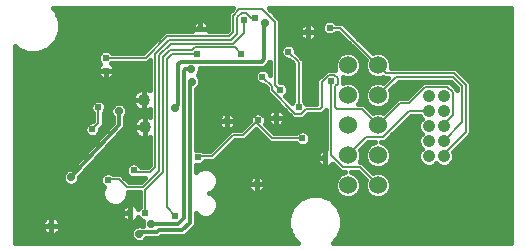
<source format=gbl>
G75*
%MOIN*%
%OFA0B0*%
%FSLAX25Y25*%
%IPPOS*%
%LPD*%
%AMOC8*
5,1,8,0,0,1.08239X$1,22.5*
%
%ADD10C,0.06024*%
%ADD11C,0.04165*%
%ADD12C,0.02400*%
%ADD13C,0.00800*%
%ADD14C,0.01600*%
%ADD15C,0.04000*%
%ADD16C,0.00600*%
%ADD17C,0.02800*%
%ADD18C,0.01200*%
%ADD19C,0.02400*%
D10*
X0140456Y0031450D03*
X0150456Y0031450D03*
X0150456Y0041450D03*
X0140456Y0041450D03*
X0140456Y0051450D03*
X0150456Y0051450D03*
X0150456Y0061450D03*
X0140456Y0061450D03*
X0140456Y0071450D03*
X0150456Y0071450D03*
D11*
X0167406Y0061150D03*
X0172406Y0061150D03*
X0172406Y0056150D03*
X0167406Y0056150D03*
X0167406Y0051150D03*
X0172406Y0051150D03*
X0172406Y0046150D03*
X0167406Y0046150D03*
X0167406Y0041150D03*
X0172406Y0041150D03*
D12*
X0132956Y0040425D03*
X0125281Y0047100D03*
X0116531Y0053975D03*
X0110456Y0053100D03*
X0100106Y0052700D03*
X0117906Y0063250D03*
X0111956Y0067550D03*
X0104806Y0075275D03*
X0090106Y0075050D03*
X0091306Y0083525D03*
X0105706Y0086575D03*
X0109556Y0087075D03*
X0127256Y0082500D03*
X0134406Y0083950D03*
X0120556Y0075925D03*
X0134906Y0066150D03*
X0123981Y0057375D03*
X0090506Y0040675D03*
X0109981Y0031750D03*
X0082881Y0021300D03*
X0072831Y0022050D03*
X0067956Y0022150D03*
X0060431Y0033175D03*
X0069031Y0036450D03*
X0055206Y0050100D03*
X0057206Y0057400D03*
X0059806Y0069650D03*
X0059706Y0073900D03*
D13*
X0057206Y0057400D02*
X0057206Y0052100D01*
X0055206Y0050100D01*
D14*
X0029456Y0077732D02*
X0029456Y0012300D01*
X0123738Y0012300D01*
X0121932Y0014106D01*
X0120563Y0017411D01*
X0120563Y0020989D01*
X0121932Y0024294D01*
X0124461Y0026824D01*
X0127767Y0028193D01*
X0131344Y0028193D01*
X0134650Y0026824D01*
X0137179Y0024294D01*
X0138548Y0020989D01*
X0138548Y0017411D01*
X0137179Y0014106D01*
X0135373Y0012300D01*
X0194934Y0012300D01*
X0194934Y0090377D01*
X0114008Y0090377D01*
X0117931Y0086454D01*
X0117931Y0065850D01*
X0118423Y0065850D01*
X0119378Y0065454D01*
X0120110Y0064723D01*
X0120506Y0063767D01*
X0120506Y0062733D01*
X0120110Y0061777D01*
X0119461Y0061129D01*
X0121766Y0058823D01*
X0121776Y0058848D01*
X0122281Y0059352D01*
X0122281Y0071796D01*
X0120751Y0073325D01*
X0120038Y0073325D01*
X0119083Y0073721D01*
X0118351Y0074452D01*
X0117956Y0075408D01*
X0117956Y0076442D01*
X0118351Y0077398D01*
X0119083Y0078129D01*
X0120038Y0078525D01*
X0121073Y0078525D01*
X0122028Y0078129D01*
X0122760Y0077398D01*
X0123156Y0076442D01*
X0123156Y0075729D01*
X0125681Y0073204D01*
X0125681Y0059352D01*
X0126185Y0058848D01*
X0126329Y0058500D01*
X0129956Y0058500D01*
X0129956Y0066574D01*
X0132336Y0068954D01*
X0132336Y0068954D01*
X0133332Y0069950D01*
X0136302Y0069950D01*
X0136044Y0070572D01*
X0136044Y0072328D01*
X0136715Y0073949D01*
X0137956Y0075190D01*
X0139578Y0075862D01*
X0141333Y0075862D01*
X0142955Y0075190D01*
X0144196Y0073949D01*
X0144867Y0072328D01*
X0144867Y0070572D01*
X0144196Y0068951D01*
X0142955Y0067710D01*
X0141333Y0067038D01*
X0139578Y0067038D01*
X0138706Y0067400D01*
X0138706Y0065500D01*
X0139578Y0065862D01*
X0141333Y0065862D01*
X0142955Y0065190D01*
X0144196Y0063949D01*
X0144867Y0062328D01*
X0144867Y0060572D01*
X0144196Y0058951D01*
X0143745Y0058500D01*
X0145810Y0058500D01*
X0146806Y0057504D01*
X0146806Y0057504D01*
X0148779Y0055531D01*
X0149578Y0055862D01*
X0151333Y0055862D01*
X0152132Y0055531D01*
X0156156Y0059554D01*
X0157151Y0060550D01*
X0160183Y0060550D01*
X0165466Y0065833D01*
X0174345Y0065833D01*
X0175341Y0064837D01*
X0176092Y0064085D01*
X0176856Y0063322D01*
X0176856Y0063746D01*
X0174701Y0065900D01*
X0157310Y0065900D01*
X0154536Y0063127D01*
X0154867Y0062328D01*
X0154867Y0060572D01*
X0154196Y0058951D01*
X0152955Y0057710D01*
X0151333Y0057038D01*
X0149578Y0057038D01*
X0147956Y0057710D01*
X0146715Y0058951D01*
X0146044Y0060572D01*
X0146044Y0062328D01*
X0146715Y0063949D01*
X0147956Y0065190D01*
X0149578Y0065862D01*
X0151333Y0065862D01*
X0152132Y0065531D01*
X0153701Y0067100D01*
X0152401Y0067100D01*
X0152132Y0067369D01*
X0151333Y0067038D01*
X0149578Y0067038D01*
X0147956Y0067710D01*
X0146715Y0068951D01*
X0146044Y0070572D01*
X0146044Y0072328D01*
X0146375Y0073127D01*
X0137251Y0082250D01*
X0136382Y0082250D01*
X0135878Y0081746D01*
X0134923Y0081350D01*
X0133888Y0081350D01*
X0132933Y0081746D01*
X0132201Y0082477D01*
X0131806Y0083433D01*
X0131806Y0084467D01*
X0132201Y0085423D01*
X0132933Y0086154D01*
X0133888Y0086550D01*
X0134923Y0086550D01*
X0135878Y0086154D01*
X0136382Y0085650D01*
X0138660Y0085650D01*
X0148779Y0075531D01*
X0149578Y0075862D01*
X0151333Y0075862D01*
X0152955Y0075190D01*
X0154196Y0073949D01*
X0154867Y0072328D01*
X0154867Y0070572D01*
X0154837Y0070500D01*
X0176607Y0070500D01*
X0181456Y0065651D01*
X0181456Y0048578D01*
X0180460Y0047582D01*
X0180460Y0047582D01*
X0175546Y0042668D01*
X0175888Y0041843D01*
X0175888Y0040457D01*
X0175358Y0039177D01*
X0174378Y0038198D01*
X0173098Y0037667D01*
X0171713Y0037667D01*
X0170433Y0038198D01*
X0169906Y0038725D01*
X0169378Y0038198D01*
X0168098Y0037667D01*
X0166713Y0037667D01*
X0165433Y0038198D01*
X0164453Y0039177D01*
X0163923Y0040457D01*
X0163923Y0041843D01*
X0164453Y0043123D01*
X0164980Y0043650D01*
X0164453Y0044177D01*
X0163923Y0045457D01*
X0163923Y0046843D01*
X0164453Y0048123D01*
X0164980Y0048650D01*
X0164453Y0049177D01*
X0163923Y0050457D01*
X0163923Y0051843D01*
X0164453Y0053123D01*
X0164980Y0053650D01*
X0164453Y0054177D01*
X0164340Y0054450D01*
X0161392Y0054450D01*
X0152780Y0045838D01*
X0151390Y0045838D01*
X0152955Y0045190D01*
X0154196Y0043949D01*
X0154867Y0042328D01*
X0154867Y0040572D01*
X0154196Y0038951D01*
X0152955Y0037710D01*
X0151333Y0037038D01*
X0149578Y0037038D01*
X0147956Y0037710D01*
X0146715Y0038951D01*
X0146044Y0040572D01*
X0146044Y0042328D01*
X0146715Y0043949D01*
X0147956Y0045190D01*
X0149521Y0045838D01*
X0147248Y0045838D01*
X0144536Y0043127D01*
X0144867Y0042328D01*
X0144867Y0040572D01*
X0144315Y0039238D01*
X0145072Y0039238D01*
X0146067Y0038242D01*
X0148779Y0035531D01*
X0149578Y0035862D01*
X0151333Y0035862D01*
X0152955Y0035190D01*
X0154196Y0033949D01*
X0154867Y0032328D01*
X0154867Y0030572D01*
X0154196Y0028951D01*
X0152955Y0027710D01*
X0151333Y0027038D01*
X0149578Y0027038D01*
X0147956Y0027710D01*
X0146715Y0028951D01*
X0146044Y0030572D01*
X0146044Y0032328D01*
X0146375Y0033127D01*
X0143663Y0035838D01*
X0141390Y0035838D01*
X0142955Y0035190D01*
X0144196Y0033949D01*
X0144867Y0032328D01*
X0144867Y0030572D01*
X0144196Y0028951D01*
X0142955Y0027710D01*
X0141333Y0027038D01*
X0139578Y0027038D01*
X0137956Y0027710D01*
X0136715Y0028951D01*
X0136044Y0030572D01*
X0136044Y0032328D01*
X0136715Y0033949D01*
X0137956Y0035190D01*
X0139521Y0035838D01*
X0138131Y0035838D01*
X0135354Y0038615D01*
X0135286Y0038513D01*
X0134868Y0038095D01*
X0134377Y0037766D01*
X0133831Y0037540D01*
X0133251Y0037425D01*
X0132956Y0037425D01*
X0132956Y0040425D01*
X0132955Y0040425D01*
X0129956Y0040425D01*
X0129956Y0040130D01*
X0130071Y0039550D01*
X0130297Y0039004D01*
X0130625Y0038513D01*
X0131043Y0038095D01*
X0131535Y0037766D01*
X0132080Y0037540D01*
X0132660Y0037425D01*
X0132955Y0037425D01*
X0132955Y0040425D01*
X0132955Y0040425D01*
X0129956Y0040425D01*
X0129956Y0040720D01*
X0130071Y0041300D01*
X0130297Y0041846D01*
X0130625Y0042337D01*
X0131043Y0042755D01*
X0131535Y0043084D01*
X0132080Y0043310D01*
X0132660Y0043425D01*
X0132955Y0043425D01*
X0132955Y0040425D01*
X0132956Y0040425D01*
X0132956Y0043425D01*
X0133206Y0043425D01*
X0133206Y0056496D01*
X0132806Y0056096D01*
X0132806Y0056096D01*
X0131810Y0055100D01*
X0127080Y0055100D01*
X0126550Y0054571D01*
X0125555Y0053575D01*
X0122207Y0053575D01*
X0121211Y0054571D01*
X0113331Y0062451D01*
X0113331Y0063771D01*
X0112151Y0064950D01*
X0111438Y0064950D01*
X0110483Y0065346D01*
X0109751Y0066077D01*
X0109356Y0067033D01*
X0109356Y0068067D01*
X0109751Y0069023D01*
X0110483Y0069754D01*
X0111438Y0070150D01*
X0112473Y0070150D01*
X0113428Y0069754D01*
X0114160Y0069023D01*
X0114531Y0068127D01*
X0114531Y0072622D01*
X0113731Y0071822D01*
X0112559Y0070650D01*
X0091063Y0070650D01*
X0091081Y0070607D01*
X0091081Y0069493D01*
X0090654Y0068464D01*
X0090328Y0068138D01*
X0090879Y0067586D01*
X0091306Y0066557D01*
X0091306Y0065443D01*
X0090879Y0064414D01*
X0090092Y0063626D01*
X0089681Y0063456D01*
X0089681Y0043147D01*
X0089988Y0043275D01*
X0091023Y0043275D01*
X0091978Y0042879D01*
X0091995Y0042862D01*
X0094464Y0042862D01*
X0100481Y0048879D01*
X0101476Y0049875D01*
X0104826Y0049875D01*
X0107856Y0052904D01*
X0107856Y0053617D01*
X0108156Y0054341D01*
X0108156Y0054404D01*
X0108200Y0054449D01*
X0108251Y0054573D01*
X0108983Y0055304D01*
X0109107Y0055356D01*
X0109151Y0055400D01*
X0109214Y0055400D01*
X0109938Y0055700D01*
X0110973Y0055700D01*
X0111928Y0055304D01*
X0112660Y0054573D01*
X0113056Y0053617D01*
X0113056Y0052583D01*
X0112798Y0051962D01*
X0115960Y0048800D01*
X0123304Y0048800D01*
X0123808Y0049304D01*
X0124763Y0049700D01*
X0125798Y0049700D01*
X0126753Y0049304D01*
X0127485Y0048573D01*
X0127881Y0047617D01*
X0127881Y0046583D01*
X0127485Y0045627D01*
X0126753Y0044896D01*
X0125798Y0044500D01*
X0124763Y0044500D01*
X0123808Y0044896D01*
X0123304Y0045400D01*
X0114551Y0045400D01*
X0113556Y0046396D01*
X0109856Y0050096D01*
X0106235Y0046475D01*
X0102885Y0046475D01*
X0096868Y0040458D01*
X0095872Y0039463D01*
X0092818Y0039463D01*
X0092710Y0039202D01*
X0091978Y0038471D01*
X0091023Y0038075D01*
X0089988Y0038075D01*
X0089681Y0038203D01*
X0089681Y0035735D01*
X0090448Y0036503D01*
X0092010Y0037150D01*
X0093701Y0037150D01*
X0095263Y0036503D01*
X0096459Y0035307D01*
X0097106Y0033745D01*
X0097106Y0032055D01*
X0096459Y0030493D01*
X0095263Y0029297D01*
X0094304Y0028900D01*
X0095263Y0028503D01*
X0096459Y0027307D01*
X0097106Y0025745D01*
X0097106Y0024055D01*
X0096459Y0022493D01*
X0095263Y0021297D01*
X0093701Y0020650D01*
X0092010Y0020650D01*
X0090448Y0021297D01*
X0089681Y0022065D01*
X0089681Y0018097D01*
X0088509Y0016925D01*
X0086084Y0014500D01*
X0078284Y0014500D01*
X0077684Y0013900D01*
X0073306Y0013900D01*
X0073229Y0013714D01*
X0072442Y0012926D01*
X0071413Y0012500D01*
X0070299Y0012500D01*
X0069269Y0012926D01*
X0068482Y0013714D01*
X0068056Y0014743D01*
X0068056Y0015857D01*
X0068482Y0016886D01*
X0069269Y0017674D01*
X0070299Y0018100D01*
X0071413Y0018100D01*
X0071895Y0017900D01*
X0072104Y0017900D01*
X0072056Y0018018D01*
X0072056Y0019132D01*
X0072206Y0019495D01*
X0071358Y0019846D01*
X0070626Y0020577D01*
X0070583Y0020682D01*
X0070286Y0020238D01*
X0069868Y0019820D01*
X0069377Y0019491D01*
X0068831Y0019265D01*
X0068251Y0019150D01*
X0067956Y0019150D01*
X0067956Y0022150D01*
X0067955Y0022150D01*
X0064956Y0022150D01*
X0064956Y0021855D01*
X0065071Y0021275D01*
X0065297Y0020729D01*
X0065625Y0020238D01*
X0066043Y0019820D01*
X0066535Y0019491D01*
X0067080Y0019265D01*
X0067660Y0019150D01*
X0067955Y0019150D01*
X0067955Y0022150D01*
X0067955Y0022150D01*
X0064956Y0022150D01*
X0064956Y0022445D01*
X0065071Y0023025D01*
X0065297Y0023571D01*
X0065625Y0024062D01*
X0066043Y0024480D01*
X0066535Y0024809D01*
X0067080Y0025035D01*
X0067660Y0025150D01*
X0067955Y0025150D01*
X0067955Y0022150D01*
X0067956Y0022150D01*
X0067956Y0025150D01*
X0068251Y0025150D01*
X0068831Y0025035D01*
X0069377Y0024809D01*
X0069868Y0024480D01*
X0070286Y0024062D01*
X0070614Y0023571D01*
X0070632Y0023528D01*
X0071131Y0024027D01*
X0071131Y0029075D01*
X0067106Y0029075D01*
X0067106Y0028055D01*
X0066459Y0026493D01*
X0065263Y0025297D01*
X0063701Y0024650D01*
X0062010Y0024650D01*
X0060448Y0025297D01*
X0059253Y0026493D01*
X0058606Y0028055D01*
X0058606Y0029745D01*
X0059090Y0030916D01*
X0058958Y0030971D01*
X0058226Y0031702D01*
X0057831Y0032658D01*
X0057831Y0033692D01*
X0058226Y0034648D01*
X0058958Y0035379D01*
X0059913Y0035775D01*
X0060948Y0035775D01*
X0061903Y0035379D01*
X0062232Y0035050D01*
X0064885Y0035050D01*
X0065881Y0034054D01*
X0067460Y0032475D01*
X0071326Y0032475D01*
X0072851Y0034000D01*
X0070271Y0034000D01*
X0070203Y0033943D01*
X0069850Y0033975D01*
X0069548Y0033850D01*
X0068513Y0033850D01*
X0067558Y0034246D01*
X0066826Y0034977D01*
X0066431Y0035933D01*
X0066431Y0036967D01*
X0066826Y0037923D01*
X0067558Y0038654D01*
X0068513Y0039050D01*
X0069548Y0039050D01*
X0070503Y0038654D01*
X0071235Y0037923D01*
X0071451Y0037400D01*
X0073751Y0037400D01*
X0074556Y0038204D01*
X0074556Y0047499D01*
X0074456Y0047432D01*
X0073764Y0047146D01*
X0073030Y0047000D01*
X0072656Y0047000D01*
X0072656Y0050800D01*
X0072655Y0050800D01*
X0068856Y0050800D01*
X0068856Y0050426D01*
X0069002Y0049692D01*
X0069288Y0049000D01*
X0069704Y0048378D01*
X0070233Y0047848D01*
X0070856Y0047432D01*
X0071547Y0047146D01*
X0072281Y0047000D01*
X0072655Y0047000D01*
X0072655Y0050800D01*
X0072655Y0050800D01*
X0068856Y0050800D01*
X0068856Y0051174D01*
X0069002Y0051908D01*
X0069288Y0052600D01*
X0069704Y0053222D01*
X0070233Y0053752D01*
X0070856Y0054168D01*
X0071547Y0054454D01*
X0072281Y0054600D01*
X0072655Y0054600D01*
X0072655Y0050800D01*
X0072656Y0050800D01*
X0072656Y0054600D01*
X0073030Y0054600D01*
X0073764Y0054454D01*
X0074456Y0054168D01*
X0074556Y0054101D01*
X0074556Y0056741D01*
X0074281Y0056557D01*
X0073589Y0056271D01*
X0072855Y0056125D01*
X0072481Y0056125D01*
X0072481Y0059925D01*
X0072480Y0059925D01*
X0068681Y0059925D01*
X0068681Y0059551D01*
X0068827Y0058817D01*
X0069113Y0058125D01*
X0069529Y0057503D01*
X0070058Y0056973D01*
X0070681Y0056557D01*
X0071372Y0056271D01*
X0072106Y0056125D01*
X0072480Y0056125D01*
X0072480Y0059925D01*
X0072480Y0059925D01*
X0068681Y0059925D01*
X0068681Y0060299D01*
X0068827Y0061033D01*
X0069113Y0061725D01*
X0069529Y0062347D01*
X0070058Y0062877D01*
X0070681Y0063293D01*
X0071372Y0063579D01*
X0072106Y0063725D01*
X0072480Y0063725D01*
X0072480Y0059925D01*
X0072481Y0059925D01*
X0072481Y0063725D01*
X0072855Y0063725D01*
X0073589Y0063579D01*
X0074281Y0063293D01*
X0074556Y0063109D01*
X0074556Y0073071D01*
X0073685Y0072200D01*
X0061682Y0072200D01*
X0061565Y0072082D01*
X0061718Y0071980D01*
X0062136Y0071562D01*
X0062464Y0071071D01*
X0062690Y0070525D01*
X0062806Y0069945D01*
X0062806Y0069650D01*
X0059806Y0069650D01*
X0059806Y0069650D01*
X0062806Y0069650D01*
X0062806Y0069355D01*
X0062690Y0068775D01*
X0062464Y0068229D01*
X0062136Y0067738D01*
X0061718Y0067320D01*
X0061227Y0066991D01*
X0060681Y0066765D01*
X0060101Y0066650D01*
X0059806Y0066650D01*
X0059806Y0069650D01*
X0059805Y0069650D01*
X0056806Y0069650D01*
X0056806Y0069355D01*
X0056921Y0068775D01*
X0057147Y0068229D01*
X0057475Y0067738D01*
X0057893Y0067320D01*
X0058385Y0066991D01*
X0058930Y0066765D01*
X0059510Y0066650D01*
X0059805Y0066650D01*
X0059805Y0069650D01*
X0059805Y0069650D01*
X0056806Y0069650D01*
X0056806Y0069945D01*
X0056921Y0070525D01*
X0057147Y0071071D01*
X0057475Y0071562D01*
X0057893Y0071980D01*
X0057926Y0072002D01*
X0057501Y0072427D01*
X0057106Y0073383D01*
X0057106Y0074417D01*
X0057501Y0075373D01*
X0058233Y0076104D01*
X0059188Y0076500D01*
X0060223Y0076500D01*
X0061178Y0076104D01*
X0061682Y0075600D01*
X0072276Y0075600D01*
X0079426Y0082750D01*
X0088401Y0082750D01*
X0088306Y0083230D01*
X0088306Y0083525D01*
X0091305Y0083525D01*
X0091305Y0083525D01*
X0088306Y0083525D01*
X0088306Y0083820D01*
X0088421Y0084400D01*
X0088647Y0084946D01*
X0088975Y0085437D01*
X0089393Y0085855D01*
X0089885Y0086184D01*
X0090430Y0086410D01*
X0091010Y0086525D01*
X0091305Y0086525D01*
X0091305Y0083525D01*
X0091306Y0083525D01*
X0094306Y0083525D01*
X0094306Y0083820D01*
X0094190Y0084400D01*
X0093964Y0084946D01*
X0093636Y0085437D01*
X0093218Y0085855D01*
X0092727Y0086184D01*
X0092181Y0086410D01*
X0091601Y0086525D01*
X0091306Y0086525D01*
X0091306Y0083525D01*
X0091306Y0083525D01*
X0094306Y0083525D01*
X0094306Y0083230D01*
X0094215Y0082775D01*
X0100076Y0082775D01*
X0100481Y0083179D01*
X0100481Y0088704D01*
X0101476Y0089700D01*
X0102154Y0090377D01*
X0042246Y0090377D01*
X0043029Y0089594D01*
X0044398Y0086289D01*
X0044398Y0082711D01*
X0043029Y0079406D01*
X0040500Y0076876D01*
X0037194Y0075507D01*
X0033617Y0075507D01*
X0030311Y0076876D01*
X0029456Y0077732D01*
X0029456Y0077137D02*
X0030050Y0077137D01*
X0029456Y0075539D02*
X0033540Y0075539D01*
X0037271Y0075539D02*
X0057668Y0075539D01*
X0057106Y0073940D02*
X0029456Y0073940D01*
X0029456Y0072342D02*
X0057587Y0072342D01*
X0057011Y0070743D02*
X0029456Y0070743D01*
X0029456Y0069145D02*
X0056847Y0069145D01*
X0057666Y0067546D02*
X0029456Y0067546D01*
X0029456Y0065948D02*
X0074556Y0065948D01*
X0074556Y0067546D02*
X0061945Y0067546D01*
X0059806Y0067546D02*
X0059805Y0067546D01*
X0059805Y0069145D02*
X0059806Y0069145D01*
X0062764Y0069145D02*
X0074556Y0069145D01*
X0074556Y0070743D02*
X0062600Y0070743D01*
X0073827Y0072342D02*
X0074556Y0072342D01*
X0073814Y0077137D02*
X0040761Y0077137D01*
X0042359Y0078736D02*
X0075412Y0078736D01*
X0077011Y0080334D02*
X0043414Y0080334D01*
X0044076Y0081933D02*
X0078609Y0081933D01*
X0088306Y0083532D02*
X0044398Y0083532D01*
X0044398Y0085130D02*
X0088770Y0085130D01*
X0091305Y0085130D02*
X0091306Y0085130D01*
X0091305Y0083532D02*
X0091306Y0083532D01*
X0093841Y0085130D02*
X0100481Y0085130D01*
X0100481Y0083532D02*
X0094306Y0083532D01*
X0100481Y0086729D02*
X0044216Y0086729D01*
X0043554Y0088327D02*
X0100481Y0088327D01*
X0101702Y0089926D02*
X0042698Y0089926D01*
X0090936Y0069145D02*
X0109874Y0069145D01*
X0109356Y0067546D02*
X0090896Y0067546D01*
X0091306Y0065948D02*
X0109881Y0065948D01*
X0112752Y0064349D02*
X0090815Y0064349D01*
X0089681Y0062751D02*
X0113331Y0062751D01*
X0114629Y0061152D02*
X0089681Y0061152D01*
X0089681Y0059554D02*
X0116228Y0059554D01*
X0117826Y0057955D02*
X0089681Y0057955D01*
X0089681Y0056357D02*
X0114695Y0056357D01*
X0114618Y0056305D02*
X0115110Y0056634D01*
X0115655Y0056860D01*
X0116235Y0056975D01*
X0116530Y0056975D01*
X0116530Y0053975D01*
X0113531Y0053975D01*
X0113531Y0053680D01*
X0113646Y0053100D01*
X0113872Y0052554D01*
X0114200Y0052063D01*
X0114618Y0051645D01*
X0115110Y0051316D01*
X0115655Y0051090D01*
X0116235Y0050975D01*
X0116530Y0050975D01*
X0116530Y0053975D01*
X0116530Y0053975D01*
X0113531Y0053975D01*
X0113531Y0054270D01*
X0113646Y0054850D01*
X0113872Y0055396D01*
X0114200Y0055887D01*
X0114618Y0056305D01*
X0116530Y0056357D02*
X0116531Y0056357D01*
X0116531Y0056975D02*
X0116826Y0056975D01*
X0117406Y0056860D01*
X0117952Y0056634D01*
X0118443Y0056305D01*
X0118861Y0055887D01*
X0119189Y0055396D01*
X0119415Y0054850D01*
X0119531Y0054270D01*
X0119531Y0053975D01*
X0116531Y0053975D01*
X0116531Y0053975D01*
X0119531Y0053975D01*
X0119531Y0053680D01*
X0119415Y0053100D01*
X0119189Y0052554D01*
X0118861Y0052063D01*
X0118443Y0051645D01*
X0117952Y0051316D01*
X0117406Y0051090D01*
X0116826Y0050975D01*
X0116531Y0050975D01*
X0116531Y0053975D01*
X0116530Y0053975D01*
X0116531Y0053975D01*
X0116531Y0056975D01*
X0118366Y0056357D02*
X0119425Y0056357D01*
X0119434Y0054758D02*
X0121023Y0054758D01*
X0119427Y0053160D02*
X0133206Y0053160D01*
X0133206Y0054758D02*
X0126738Y0054758D01*
X0133067Y0056357D02*
X0133206Y0056357D01*
X0129956Y0059554D02*
X0125681Y0059554D01*
X0125681Y0061152D02*
X0129956Y0061152D01*
X0129956Y0062751D02*
X0125681Y0062751D01*
X0125681Y0064349D02*
X0129956Y0064349D01*
X0129956Y0065948D02*
X0125681Y0065948D01*
X0125681Y0067546D02*
X0130928Y0067546D01*
X0132526Y0069145D02*
X0125681Y0069145D01*
X0125681Y0070743D02*
X0136044Y0070743D01*
X0136050Y0072342D02*
X0125681Y0072342D01*
X0124944Y0073940D02*
X0136712Y0073940D01*
X0138799Y0075539D02*
X0123346Y0075539D01*
X0122868Y0077137D02*
X0142364Y0077137D01*
X0140765Y0078736D02*
X0117931Y0078736D01*
X0117931Y0077137D02*
X0118244Y0077137D01*
X0117956Y0075539D02*
X0117931Y0075539D01*
X0117931Y0073940D02*
X0118863Y0073940D01*
X0117931Y0072342D02*
X0121734Y0072342D01*
X0122281Y0070743D02*
X0117931Y0070743D01*
X0117931Y0069145D02*
X0122281Y0069145D01*
X0122281Y0067546D02*
X0117931Y0067546D01*
X0117931Y0065948D02*
X0122281Y0065948D01*
X0122281Y0064349D02*
X0120264Y0064349D01*
X0120506Y0062751D02*
X0122281Y0062751D01*
X0122281Y0061152D02*
X0119485Y0061152D01*
X0121036Y0059554D02*
X0122281Y0059554D01*
X0116531Y0054758D02*
X0116530Y0054758D01*
X0116530Y0053160D02*
X0116531Y0053160D01*
X0113634Y0053160D02*
X0113056Y0053160D01*
X0113628Y0054758D02*
X0112474Y0054758D01*
X0108437Y0054758D02*
X0102290Y0054758D01*
X0102436Y0054612D02*
X0102018Y0055030D01*
X0101527Y0055359D01*
X0100981Y0055585D01*
X0100401Y0055700D01*
X0100106Y0055700D01*
X0100106Y0052700D01*
X0103106Y0052700D01*
X0103106Y0052995D01*
X0102990Y0053575D01*
X0102764Y0054121D01*
X0102436Y0054612D01*
X0103073Y0053160D02*
X0107856Y0053160D01*
X0106513Y0051561D02*
X0102881Y0051561D01*
X0102990Y0051825D02*
X0103106Y0052405D01*
X0103106Y0052700D01*
X0100106Y0052700D01*
X0100106Y0052700D01*
X0100106Y0049700D01*
X0100401Y0049700D01*
X0100981Y0049815D01*
X0101527Y0050041D01*
X0102018Y0050370D01*
X0102436Y0050788D01*
X0102764Y0051279D01*
X0102990Y0051825D01*
X0101337Y0049963D02*
X0104914Y0049963D01*
X0108124Y0048364D02*
X0111587Y0048364D01*
X0109989Y0049963D02*
X0109722Y0049963D01*
X0113198Y0051561D02*
X0114743Y0051561D01*
X0116530Y0051561D02*
X0116531Y0051561D01*
X0118318Y0051561D02*
X0133206Y0051561D01*
X0133206Y0049963D02*
X0114797Y0049963D01*
X0113186Y0046766D02*
X0106525Y0046766D01*
X0101577Y0045167D02*
X0123536Y0045167D01*
X0127025Y0045167D02*
X0133206Y0045167D01*
X0133206Y0046766D02*
X0127881Y0046766D01*
X0127571Y0048364D02*
X0133206Y0048364D01*
X0133206Y0043569D02*
X0099978Y0043569D01*
X0098380Y0041970D02*
X0130380Y0041970D01*
X0132955Y0041970D02*
X0132956Y0041970D01*
X0132955Y0040372D02*
X0132956Y0040372D01*
X0132955Y0038773D02*
X0132956Y0038773D01*
X0130451Y0038773D02*
X0092281Y0038773D01*
X0089681Y0037175D02*
X0136795Y0037175D01*
X0138888Y0035576D02*
X0096190Y0035576D01*
X0097009Y0033978D02*
X0107966Y0033978D01*
X0108068Y0034080D02*
X0107650Y0033662D01*
X0107322Y0033171D01*
X0107096Y0032625D01*
X0106981Y0032045D01*
X0106981Y0031750D01*
X0106981Y0031455D01*
X0107096Y0030875D01*
X0107322Y0030329D01*
X0107650Y0029838D01*
X0108068Y0029420D01*
X0108560Y0029091D01*
X0109105Y0028865D01*
X0109685Y0028750D01*
X0109980Y0028750D01*
X0109980Y0031750D01*
X0106981Y0031750D01*
X0109980Y0031750D01*
X0109980Y0031750D01*
X0109981Y0031750D01*
X0112981Y0031750D01*
X0112981Y0032045D01*
X0112865Y0032625D01*
X0112639Y0033171D01*
X0112311Y0033662D01*
X0111893Y0034080D01*
X0111402Y0034409D01*
X0110856Y0034635D01*
X0110276Y0034750D01*
X0109981Y0034750D01*
X0109981Y0031750D01*
X0109981Y0031750D01*
X0112981Y0031750D01*
X0112981Y0031455D01*
X0112865Y0030875D01*
X0112639Y0030329D01*
X0112311Y0029838D01*
X0111893Y0029420D01*
X0111402Y0029091D01*
X0110856Y0028865D01*
X0110276Y0028750D01*
X0109981Y0028750D01*
X0109981Y0031750D01*
X0109980Y0031750D01*
X0109980Y0034750D01*
X0109685Y0034750D01*
X0109105Y0034635D01*
X0108560Y0034409D01*
X0108068Y0034080D01*
X0109980Y0033978D02*
X0109981Y0033978D01*
X0109980Y0032379D02*
X0109981Y0032379D01*
X0111995Y0033978D02*
X0136744Y0033978D01*
X0136065Y0032379D02*
X0112914Y0032379D01*
X0112826Y0030781D02*
X0136044Y0030781D01*
X0136620Y0029182D02*
X0111537Y0029182D01*
X0109981Y0029182D02*
X0109980Y0029182D01*
X0108424Y0029182D02*
X0094986Y0029182D01*
X0096578Y0030781D02*
X0107135Y0030781D01*
X0109980Y0030781D02*
X0109981Y0030781D01*
X0107047Y0032379D02*
X0097106Y0032379D01*
X0096182Y0027584D02*
X0126296Y0027584D01*
X0123623Y0025985D02*
X0097006Y0025985D01*
X0097106Y0024387D02*
X0122024Y0024387D01*
X0121308Y0022788D02*
X0096581Y0022788D01*
X0095004Y0021190D02*
X0120646Y0021190D01*
X0120563Y0019591D02*
X0089681Y0019591D01*
X0089577Y0017993D02*
X0120563Y0017993D01*
X0120984Y0016394D02*
X0087978Y0016394D01*
X0086380Y0014796D02*
X0121646Y0014796D01*
X0122841Y0013197D02*
X0072712Y0013197D01*
X0068999Y0013197D02*
X0029456Y0013197D01*
X0029456Y0014796D02*
X0040735Y0014796D01*
X0040597Y0014823D02*
X0041215Y0014700D01*
X0041530Y0014700D01*
X0041530Y0017900D01*
X0038331Y0017900D01*
X0038331Y0017585D01*
X0038454Y0016967D01*
X0038695Y0016384D01*
X0039045Y0015860D01*
X0039491Y0015414D01*
X0040015Y0015064D01*
X0040597Y0014823D01*
X0041530Y0014796D02*
X0041531Y0014796D01*
X0041531Y0014700D02*
X0041846Y0014700D01*
X0042464Y0014823D01*
X0043046Y0015064D01*
X0043570Y0015414D01*
X0044016Y0015860D01*
X0044366Y0016384D01*
X0044608Y0016967D01*
X0044731Y0017585D01*
X0044731Y0017900D01*
X0044731Y0018215D01*
X0044608Y0018833D01*
X0044366Y0019416D01*
X0044016Y0019940D01*
X0043570Y0020386D01*
X0043046Y0020736D01*
X0042464Y0020977D01*
X0041846Y0021100D01*
X0041531Y0021100D01*
X0041531Y0017900D01*
X0044731Y0017900D01*
X0041531Y0017900D01*
X0041531Y0017900D01*
X0041531Y0014700D01*
X0042326Y0014796D02*
X0068056Y0014796D01*
X0068278Y0016394D02*
X0044370Y0016394D01*
X0041531Y0016394D02*
X0041530Y0016394D01*
X0041530Y0017900D02*
X0041531Y0017900D01*
X0041530Y0017900D01*
X0041530Y0017900D01*
X0038331Y0017900D01*
X0038331Y0018215D01*
X0038454Y0018833D01*
X0038695Y0019416D01*
X0039045Y0019940D01*
X0039491Y0020386D01*
X0040015Y0020736D01*
X0040597Y0020977D01*
X0041215Y0021100D01*
X0041530Y0021100D01*
X0041530Y0017900D01*
X0041530Y0017993D02*
X0041531Y0017993D01*
X0041530Y0019591D02*
X0041531Y0019591D01*
X0044249Y0019591D02*
X0066385Y0019591D01*
X0067955Y0019591D02*
X0067956Y0019591D01*
X0069526Y0019591D02*
X0071973Y0019591D01*
X0072066Y0017993D02*
X0071672Y0017993D01*
X0070039Y0017993D02*
X0044731Y0017993D01*
X0038812Y0019591D02*
X0029456Y0019591D01*
X0029456Y0017993D02*
X0038331Y0017993D01*
X0038691Y0016394D02*
X0029456Y0016394D01*
X0029456Y0021190D02*
X0065106Y0021190D01*
X0065024Y0022788D02*
X0029456Y0022788D01*
X0029456Y0024387D02*
X0065950Y0024387D01*
X0065951Y0025985D02*
X0071131Y0025985D01*
X0071131Y0024387D02*
X0069962Y0024387D01*
X0067956Y0024387D02*
X0067955Y0024387D01*
X0067955Y0022788D02*
X0067956Y0022788D01*
X0067955Y0021190D02*
X0067956Y0021190D01*
X0059760Y0025985D02*
X0029456Y0025985D01*
X0029456Y0027584D02*
X0058801Y0027584D01*
X0058606Y0029182D02*
X0029456Y0029182D01*
X0029456Y0030781D02*
X0059034Y0030781D01*
X0057946Y0032379D02*
X0050420Y0032379D01*
X0050504Y0032464D02*
X0050931Y0033493D01*
X0050931Y0034149D01*
X0065551Y0050142D01*
X0066106Y0050697D01*
X0066106Y0050749D01*
X0066141Y0050787D01*
X0066106Y0051570D01*
X0066106Y0054140D01*
X0066479Y0054514D01*
X0066906Y0055543D01*
X0066906Y0056657D01*
X0066479Y0057686D01*
X0065692Y0058474D01*
X0064662Y0058900D01*
X0063549Y0058900D01*
X0062519Y0058474D01*
X0061732Y0057686D01*
X0061306Y0056657D01*
X0061306Y0055543D01*
X0061732Y0054514D01*
X0062106Y0054140D01*
X0062106Y0052301D01*
X0047980Y0036850D01*
X0047574Y0036850D01*
X0046544Y0036424D01*
X0045757Y0035636D01*
X0045331Y0034607D01*
X0045331Y0033493D01*
X0045757Y0032464D01*
X0046544Y0031676D01*
X0047574Y0031250D01*
X0048687Y0031250D01*
X0049717Y0031676D01*
X0050504Y0032464D01*
X0050931Y0033978D02*
X0057949Y0033978D01*
X0059433Y0035576D02*
X0052235Y0035576D01*
X0053697Y0037175D02*
X0066517Y0037175D01*
X0066578Y0035576D02*
X0061428Y0035576D01*
X0065957Y0033978D02*
X0068205Y0033978D01*
X0070244Y0033978D02*
X0072829Y0033978D01*
X0074556Y0038773D02*
X0070216Y0038773D01*
X0067845Y0038773D02*
X0055158Y0038773D01*
X0056619Y0040372D02*
X0074556Y0040372D01*
X0074556Y0041970D02*
X0058081Y0041970D01*
X0059542Y0043569D02*
X0074556Y0043569D01*
X0074556Y0045167D02*
X0061003Y0045167D01*
X0062465Y0046766D02*
X0074556Y0046766D01*
X0072656Y0048364D02*
X0072655Y0048364D01*
X0072655Y0049963D02*
X0072656Y0049963D01*
X0069717Y0048364D02*
X0063926Y0048364D01*
X0065387Y0049963D02*
X0068948Y0049963D01*
X0068933Y0051561D02*
X0066106Y0051561D01*
X0066106Y0053160D02*
X0069662Y0053160D01*
X0072655Y0053160D02*
X0072656Y0053160D01*
X0074556Y0054758D02*
X0066580Y0054758D01*
X0066906Y0056357D02*
X0071165Y0056357D01*
X0072480Y0056357D02*
X0072481Y0056357D01*
X0073796Y0056357D02*
X0074556Y0056357D01*
X0072480Y0057955D02*
X0072481Y0057955D01*
X0072480Y0059554D02*
X0072481Y0059554D01*
X0072480Y0061152D02*
X0072481Y0061152D01*
X0072480Y0062751D02*
X0072481Y0062751D01*
X0069932Y0062751D02*
X0029456Y0062751D01*
X0029456Y0064349D02*
X0074556Y0064349D01*
X0068876Y0061152D02*
X0029456Y0061152D01*
X0029456Y0059554D02*
X0055682Y0059554D01*
X0055733Y0059604D02*
X0055001Y0058873D01*
X0054606Y0057917D01*
X0054606Y0056883D01*
X0055001Y0055927D01*
X0055406Y0055523D01*
X0055406Y0052846D01*
X0055260Y0052700D01*
X0054688Y0052700D01*
X0053733Y0052304D01*
X0053001Y0051573D01*
X0052606Y0050617D01*
X0052606Y0049583D01*
X0053001Y0048627D01*
X0053733Y0047896D01*
X0054688Y0047500D01*
X0055723Y0047500D01*
X0056678Y0047896D01*
X0057410Y0048627D01*
X0057806Y0049583D01*
X0057806Y0050154D01*
X0057951Y0050300D01*
X0059006Y0051354D01*
X0059006Y0055523D01*
X0059410Y0055927D01*
X0059806Y0056883D01*
X0059806Y0057917D01*
X0059410Y0058873D01*
X0058678Y0059604D01*
X0057723Y0060000D01*
X0056688Y0060000D01*
X0055733Y0059604D01*
X0058729Y0059554D02*
X0068681Y0059554D01*
X0069226Y0057955D02*
X0066210Y0057955D01*
X0062001Y0057955D02*
X0059790Y0057955D01*
X0059588Y0056357D02*
X0061306Y0056357D01*
X0061631Y0054758D02*
X0059006Y0054758D01*
X0059006Y0053160D02*
X0062106Y0053160D01*
X0061429Y0051561D02*
X0059006Y0051561D01*
X0059968Y0049963D02*
X0057806Y0049963D01*
X0057147Y0048364D02*
X0058506Y0048364D01*
X0057045Y0046766D02*
X0029456Y0046766D01*
X0029456Y0045167D02*
X0055584Y0045167D01*
X0054122Y0043569D02*
X0029456Y0043569D01*
X0029456Y0041970D02*
X0052661Y0041970D01*
X0051200Y0040372D02*
X0029456Y0040372D01*
X0029456Y0038773D02*
X0049739Y0038773D01*
X0048277Y0037175D02*
X0029456Y0037175D01*
X0029456Y0035576D02*
X0045732Y0035576D01*
X0045331Y0033978D02*
X0029456Y0033978D01*
X0029456Y0032379D02*
X0045842Y0032379D01*
X0066910Y0027584D02*
X0071131Y0027584D01*
X0089681Y0021190D02*
X0090708Y0021190D01*
X0096781Y0040372D02*
X0129956Y0040372D01*
X0142023Y0035576D02*
X0143925Y0035576D01*
X0147135Y0037175D02*
X0149248Y0037175D01*
X0148888Y0035576D02*
X0148734Y0035576D01*
X0152023Y0035576D02*
X0194934Y0035576D01*
X0194934Y0037175D02*
X0151663Y0037175D01*
X0154018Y0038773D02*
X0164857Y0038773D01*
X0163958Y0040372D02*
X0154784Y0040372D01*
X0154867Y0041970D02*
X0163976Y0041970D01*
X0164899Y0043569D02*
X0154353Y0043569D01*
X0152978Y0045167D02*
X0164043Y0045167D01*
X0163923Y0046766D02*
X0153708Y0046766D01*
X0155306Y0048364D02*
X0164695Y0048364D01*
X0164128Y0049963D02*
X0156905Y0049963D01*
X0158503Y0051561D02*
X0163923Y0051561D01*
X0164490Y0053160D02*
X0160102Y0053160D01*
X0154557Y0057955D02*
X0153200Y0057955D01*
X0152958Y0056357D02*
X0147953Y0056357D01*
X0147711Y0057955D02*
X0146354Y0057955D01*
X0146466Y0059554D02*
X0144445Y0059554D01*
X0144867Y0061152D02*
X0146044Y0061152D01*
X0146219Y0062751D02*
X0144692Y0062751D01*
X0143795Y0064349D02*
X0147116Y0064349D01*
X0148351Y0067546D02*
X0142560Y0067546D01*
X0144276Y0069145D02*
X0146635Y0069145D01*
X0146044Y0070743D02*
X0144867Y0070743D01*
X0144861Y0072342D02*
X0146050Y0072342D01*
X0145561Y0073940D02*
X0144199Y0073940D01*
X0143962Y0075539D02*
X0142113Y0075539D01*
X0147172Y0077137D02*
X0194934Y0077137D01*
X0194934Y0078736D02*
X0145574Y0078736D01*
X0143975Y0080334D02*
X0194934Y0080334D01*
X0194934Y0081933D02*
X0142377Y0081933D01*
X0140778Y0083532D02*
X0194934Y0083532D01*
X0194934Y0085130D02*
X0139180Y0085130D01*
X0137568Y0081933D02*
X0136066Y0081933D01*
X0139167Y0080334D02*
X0129333Y0080334D01*
X0129168Y0080170D02*
X0129586Y0080588D01*
X0129914Y0081079D01*
X0130140Y0081625D01*
X0130256Y0082205D01*
X0130256Y0082500D01*
X0130256Y0082795D01*
X0130140Y0083375D01*
X0129914Y0083921D01*
X0129586Y0084412D01*
X0129168Y0084830D01*
X0128677Y0085159D01*
X0128131Y0085385D01*
X0127551Y0085500D01*
X0127256Y0085500D01*
X0127256Y0082500D01*
X0130256Y0082500D01*
X0127256Y0082500D01*
X0127256Y0082500D01*
X0127256Y0079500D01*
X0127551Y0079500D01*
X0128131Y0079615D01*
X0128677Y0079841D01*
X0129168Y0080170D01*
X0127256Y0080334D02*
X0127255Y0080334D01*
X0127255Y0079500D02*
X0127255Y0082500D01*
X0124256Y0082500D01*
X0124256Y0082205D01*
X0124371Y0081625D01*
X0124597Y0081079D01*
X0124925Y0080588D01*
X0125343Y0080170D01*
X0125835Y0079841D01*
X0126380Y0079615D01*
X0126960Y0079500D01*
X0127255Y0079500D01*
X0125178Y0080334D02*
X0117931Y0080334D01*
X0117931Y0081933D02*
X0124310Y0081933D01*
X0124256Y0082500D02*
X0127255Y0082500D01*
X0127255Y0082500D01*
X0127256Y0082500D01*
X0127255Y0082500D01*
X0127255Y0085500D01*
X0126960Y0085500D01*
X0126380Y0085385D01*
X0125835Y0085159D01*
X0125343Y0084830D01*
X0124925Y0084412D01*
X0124597Y0083921D01*
X0124371Y0083375D01*
X0124256Y0082795D01*
X0124256Y0082500D01*
X0124436Y0083532D02*
X0117931Y0083532D01*
X0117931Y0085130D02*
X0125792Y0085130D01*
X0127255Y0085130D02*
X0127256Y0085130D01*
X0128719Y0085130D02*
X0132080Y0085130D01*
X0131806Y0083532D02*
X0130075Y0083532D01*
X0127256Y0083532D02*
X0127255Y0083532D01*
X0127255Y0081933D02*
X0127256Y0081933D01*
X0130202Y0081933D02*
X0132746Y0081933D01*
X0117656Y0086729D02*
X0194934Y0086729D01*
X0194934Y0088327D02*
X0116058Y0088327D01*
X0114459Y0089926D02*
X0194934Y0089926D01*
X0194934Y0075539D02*
X0152113Y0075539D01*
X0154199Y0073940D02*
X0194934Y0073940D01*
X0194934Y0072342D02*
X0154861Y0072342D01*
X0154867Y0070743D02*
X0194934Y0070743D01*
X0194934Y0069145D02*
X0177962Y0069145D01*
X0179560Y0067546D02*
X0194934Y0067546D01*
X0194934Y0065948D02*
X0181159Y0065948D01*
X0181456Y0064349D02*
X0194934Y0064349D01*
X0194934Y0062751D02*
X0181456Y0062751D01*
X0181456Y0061152D02*
X0194934Y0061152D01*
X0194934Y0059554D02*
X0181456Y0059554D01*
X0181456Y0057955D02*
X0194934Y0057955D01*
X0194934Y0056357D02*
X0181456Y0056357D01*
X0181456Y0054758D02*
X0194934Y0054758D01*
X0194934Y0053160D02*
X0181456Y0053160D01*
X0181456Y0051561D02*
X0194934Y0051561D01*
X0194934Y0049963D02*
X0181456Y0049963D01*
X0181242Y0048364D02*
X0194934Y0048364D01*
X0194934Y0046766D02*
X0179644Y0046766D01*
X0178045Y0045167D02*
X0194934Y0045167D01*
X0194934Y0043569D02*
X0176447Y0043569D01*
X0175835Y0041970D02*
X0194934Y0041970D01*
X0194934Y0040372D02*
X0175853Y0040372D01*
X0174954Y0038773D02*
X0194934Y0038773D01*
X0194934Y0033978D02*
X0154167Y0033978D01*
X0154846Y0032379D02*
X0194934Y0032379D01*
X0194934Y0030781D02*
X0154867Y0030781D01*
X0154291Y0029182D02*
X0194934Y0029182D01*
X0194934Y0027584D02*
X0152650Y0027584D01*
X0148261Y0027584D02*
X0142650Y0027584D01*
X0144291Y0029182D02*
X0146620Y0029182D01*
X0146044Y0030781D02*
X0144867Y0030781D01*
X0144846Y0032379D02*
X0146065Y0032379D01*
X0145524Y0033978D02*
X0144167Y0033978D01*
X0145536Y0038773D02*
X0146893Y0038773D01*
X0146127Y0040372D02*
X0144784Y0040372D01*
X0144867Y0041970D02*
X0146044Y0041970D01*
X0146558Y0043569D02*
X0144978Y0043569D01*
X0146577Y0045167D02*
X0147934Y0045167D01*
X0154445Y0059554D02*
X0156155Y0059554D01*
X0154867Y0061152D02*
X0160786Y0061152D01*
X0162384Y0062751D02*
X0154692Y0062751D01*
X0155759Y0064349D02*
X0163983Y0064349D01*
X0175828Y0064349D02*
X0176252Y0064349D01*
X0152549Y0065948D02*
X0138706Y0065948D01*
X0148771Y0075539D02*
X0148799Y0075539D01*
X0114531Y0072342D02*
X0114251Y0072342D01*
X0114531Y0070743D02*
X0112652Y0070743D01*
X0114038Y0069145D02*
X0114531Y0069145D01*
X0100105Y0055700D02*
X0099810Y0055700D01*
X0099230Y0055585D01*
X0098685Y0055359D01*
X0098193Y0055030D01*
X0097775Y0054612D01*
X0097447Y0054121D01*
X0097221Y0053575D01*
X0097106Y0052995D01*
X0097106Y0052700D01*
X0097106Y0052405D01*
X0097221Y0051825D01*
X0097447Y0051279D01*
X0097775Y0050788D01*
X0098193Y0050370D01*
X0098685Y0050041D01*
X0099230Y0049815D01*
X0099810Y0049700D01*
X0100105Y0049700D01*
X0100105Y0052700D01*
X0097106Y0052700D01*
X0100105Y0052700D01*
X0100105Y0052700D01*
X0100106Y0052700D01*
X0100105Y0052700D01*
X0100105Y0055700D01*
X0100105Y0054758D02*
X0100106Y0054758D01*
X0100105Y0053160D02*
X0100106Y0053160D01*
X0097921Y0054758D02*
X0089681Y0054758D01*
X0089681Y0053160D02*
X0097138Y0053160D01*
X0097330Y0051561D02*
X0089681Y0051561D01*
X0089681Y0049963D02*
X0098874Y0049963D01*
X0100105Y0049963D02*
X0100106Y0049963D01*
X0099966Y0048364D02*
X0089681Y0048364D01*
X0089681Y0046766D02*
X0098367Y0046766D01*
X0096769Y0045167D02*
X0089681Y0045167D01*
X0089681Y0043569D02*
X0095170Y0043569D01*
X0100105Y0051561D02*
X0100106Y0051561D01*
X0072656Y0051561D02*
X0072655Y0051561D01*
X0055406Y0053160D02*
X0029456Y0053160D01*
X0029456Y0054758D02*
X0055406Y0054758D01*
X0054823Y0056357D02*
X0029456Y0056357D01*
X0029456Y0057955D02*
X0054621Y0057955D01*
X0052997Y0051561D02*
X0029456Y0051561D01*
X0029456Y0049963D02*
X0052606Y0049963D01*
X0053264Y0048364D02*
X0029456Y0048364D01*
X0132815Y0027584D02*
X0138261Y0027584D01*
X0135488Y0025985D02*
X0194934Y0025985D01*
X0194934Y0024387D02*
X0137087Y0024387D01*
X0137803Y0022788D02*
X0194934Y0022788D01*
X0194934Y0021190D02*
X0138465Y0021190D01*
X0138548Y0019591D02*
X0194934Y0019591D01*
X0194934Y0017993D02*
X0138548Y0017993D01*
X0138127Y0016394D02*
X0194934Y0016394D01*
X0194934Y0014796D02*
X0137465Y0014796D01*
X0136270Y0013197D02*
X0194934Y0013197D01*
D15*
X0072656Y0050800D03*
X0072481Y0059925D03*
D16*
X0059806Y0069650D02*
X0059731Y0069875D01*
X0059731Y0070350D01*
X0059706Y0073900D02*
X0072981Y0073900D01*
X0080131Y0081050D01*
X0093431Y0081050D01*
X0093456Y0081075D01*
X0100781Y0081075D01*
X0102181Y0082475D01*
X0102181Y0088000D01*
X0104281Y0090100D01*
X0111881Y0090100D01*
X0116231Y0085750D01*
X0116231Y0064925D01*
X0117906Y0063250D01*
X0115031Y0063155D02*
X0115031Y0064475D01*
X0111956Y0067550D01*
X0115031Y0063155D02*
X0122911Y0055275D01*
X0124850Y0055275D01*
X0126375Y0056800D01*
X0131106Y0056800D01*
X0131656Y0057350D01*
X0131656Y0065870D01*
X0134036Y0068250D01*
X0135775Y0068250D01*
X0137006Y0067020D01*
X0137006Y0065280D01*
X0136106Y0064380D01*
X0136106Y0057450D01*
X0136756Y0056800D01*
X0145106Y0056800D01*
X0150456Y0051450D01*
X0157856Y0058850D01*
X0160887Y0058850D01*
X0166170Y0064133D01*
X0173641Y0064133D01*
X0175388Y0062385D01*
X0175388Y0054915D01*
X0172406Y0051932D01*
X0172406Y0051150D01*
X0172406Y0046250D02*
X0178556Y0052400D01*
X0178556Y0064450D01*
X0175406Y0067600D01*
X0156606Y0067600D01*
X0150456Y0061450D01*
X0160688Y0056150D02*
X0152076Y0047538D01*
X0146544Y0047538D01*
X0140456Y0041450D01*
X0138835Y0037538D02*
X0134906Y0041468D01*
X0134906Y0066150D01*
X0123981Y0072500D02*
X0120556Y0075925D01*
X0123981Y0072500D02*
X0123981Y0057375D01*
X0116531Y0053975D02*
X0116531Y0052925D01*
X0116731Y0053125D01*
X0115256Y0047100D02*
X0109856Y0052500D01*
X0109856Y0053700D01*
X0110456Y0053100D01*
X0105531Y0048175D01*
X0102181Y0048175D01*
X0095168Y0041163D01*
X0090993Y0041163D01*
X0090506Y0040675D01*
X0078806Y0035700D02*
X0078806Y0074250D01*
X0081056Y0076500D01*
X0088531Y0076500D01*
X0089431Y0077400D01*
X0102681Y0077400D01*
X0104806Y0075275D01*
X0102231Y0078625D02*
X0081381Y0078625D01*
X0077556Y0074800D01*
X0077556Y0036300D01*
X0072031Y0030775D01*
X0066756Y0030775D01*
X0064181Y0033350D01*
X0060606Y0033350D01*
X0060431Y0033175D01*
X0069031Y0036450D02*
X0069656Y0035700D01*
X0074456Y0035700D01*
X0076256Y0037500D01*
X0076256Y0075300D01*
X0080806Y0079850D01*
X0101481Y0079850D01*
X0103481Y0081850D01*
X0103481Y0087350D01*
X0105006Y0088875D01*
X0106431Y0088875D01*
X0108231Y0087075D01*
X0109556Y0087075D01*
X0105706Y0086575D02*
X0105706Y0082100D01*
X0102231Y0078625D01*
X0091306Y0083525D02*
X0090831Y0082800D01*
X0090806Y0082800D01*
X0090106Y0075050D02*
X0081656Y0075050D01*
X0080081Y0073475D01*
X0080081Y0024100D01*
X0082881Y0021300D01*
X0072831Y0022050D02*
X0072831Y0029725D01*
X0078806Y0035700D01*
X0067956Y0022150D02*
X0067956Y0021875D01*
X0068031Y0021800D01*
X0109906Y0031200D02*
X0109906Y0031675D01*
X0109981Y0031750D01*
X0132956Y0040225D02*
X0133206Y0039975D01*
X0132956Y0040225D02*
X0132956Y0040425D01*
X0138835Y0037538D02*
X0144367Y0037538D01*
X0150456Y0031450D01*
X0172406Y0041150D02*
X0172406Y0041932D01*
X0179756Y0049282D01*
X0179756Y0064947D01*
X0175903Y0068800D01*
X0153106Y0068800D01*
X0150256Y0071649D01*
X0137956Y0083950D01*
X0134406Y0083950D01*
X0127256Y0082500D02*
X0127206Y0082500D01*
X0127056Y0082650D01*
X0150256Y0071649D02*
X0150456Y0071450D01*
X0160688Y0056150D02*
X0167406Y0056150D01*
X0172406Y0046250D02*
X0172406Y0046150D01*
X0125281Y0047100D02*
X0115256Y0047100D01*
X0100106Y0052700D02*
X0100031Y0052700D01*
X0099956Y0052625D01*
D17*
X0082656Y0057125D03*
X0088506Y0066000D03*
X0088281Y0070050D03*
X0064106Y0056100D03*
X0048131Y0034050D03*
X0041531Y0017900D03*
X0070856Y0015300D03*
X0074856Y0018575D03*
X0112681Y0085550D03*
D18*
X0112581Y0085450D01*
X0112581Y0073500D01*
X0111731Y0072650D01*
X0084781Y0072650D01*
X0083856Y0071725D01*
X0083856Y0058325D01*
X0082656Y0057125D01*
X0087681Y0065475D02*
X0087681Y0018925D01*
X0085256Y0016500D01*
X0077456Y0016500D01*
X0076856Y0015900D01*
X0071456Y0015900D01*
X0070856Y0015300D01*
X0074856Y0018575D02*
X0083806Y0018575D01*
X0085831Y0020600D01*
X0085831Y0069625D01*
X0086256Y0070050D01*
X0088281Y0070050D01*
X0088206Y0066000D02*
X0087681Y0065475D01*
X0088206Y0066000D02*
X0088506Y0066000D01*
X0064106Y0056100D02*
X0064106Y0051525D01*
X0048131Y0034050D01*
X0041531Y0017900D02*
X0041506Y0017375D01*
X0041456Y0017325D01*
D19*
X0072481Y0058725D02*
X0072456Y0059525D01*
X0072431Y0059525D01*
M02*

</source>
